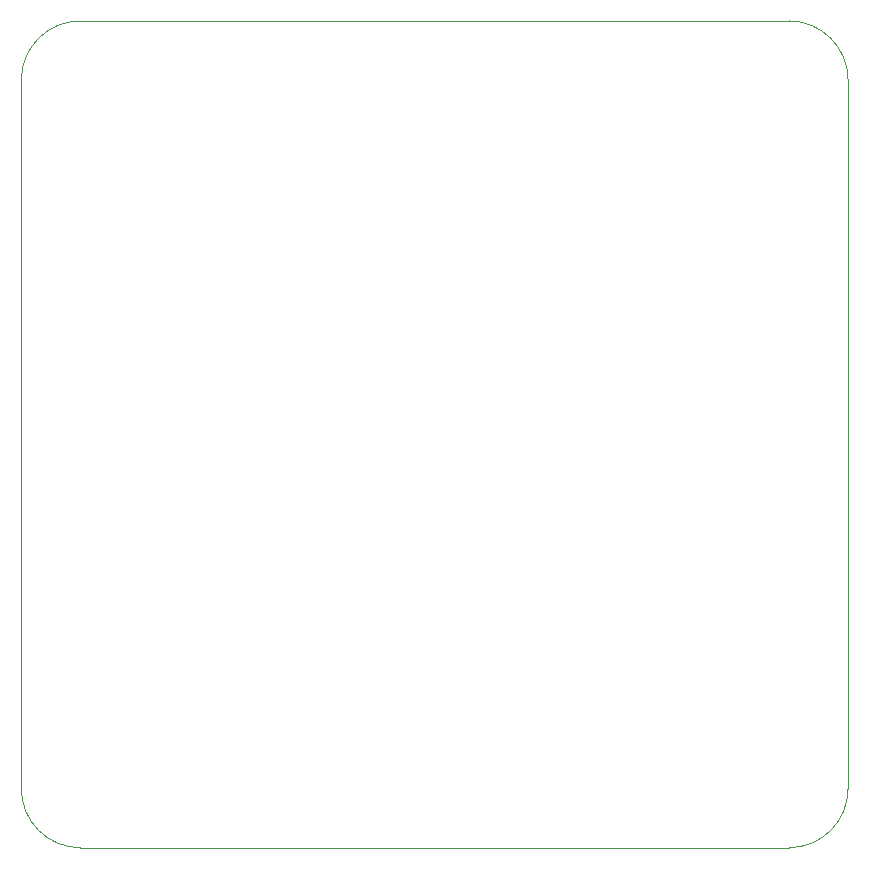
<source format=gbr>
%TF.GenerationSoftware,KiCad,Pcbnew,9.0.0*%
%TF.CreationDate,2025-04-26T11:07:06+02:00*%
%TF.ProjectId,linkertron,6c696e6b-6572-4747-926f-6e2e6b696361,v2*%
%TF.SameCoordinates,Original*%
%TF.FileFunction,Profile,NP*%
%FSLAX46Y46*%
G04 Gerber Fmt 4.6, Leading zero omitted, Abs format (unit mm)*
G04 Created by KiCad (PCBNEW 9.0.0) date 2025-04-26 11:07:06*
%MOMM*%
%LPD*%
G01*
G04 APERTURE LIST*
%TA.AperFunction,Profile*%
%ADD10C,0.100000*%
%TD*%
G04 APERTURE END LIST*
D10*
X108000000Y-90000000D02*
X108000000Y-150000000D01*
X178000000Y-150000000D02*
G75*
G02*
X173000000Y-155000000I-5000000J0D01*
G01*
X113000000Y-155000000D02*
G75*
G02*
X108000000Y-150000000I0J5000000D01*
G01*
X113000000Y-155000000D02*
X173000000Y-155000000D01*
X108000000Y-90000000D02*
G75*
G02*
X113000000Y-85000000I5000000J0D01*
G01*
X173000000Y-85000000D02*
G75*
G02*
X178000000Y-90000000I0J-5000000D01*
G01*
X178000000Y-150000000D02*
X178000000Y-90000000D01*
X173000000Y-85000000D02*
X113000000Y-85000000D01*
M02*

</source>
